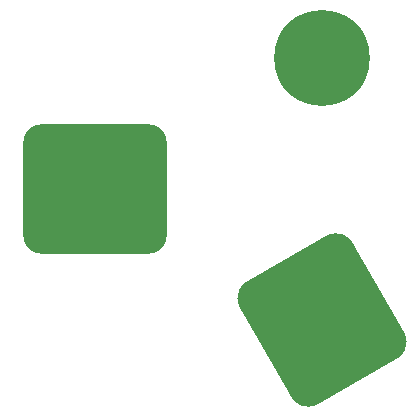
<source format=gbr>
G04 Layer_Color=8421504*
%FSLAX25Y25*%
%MOIN*%
%TF.FileFunction,Paste,Top*%
%TF.Part,Single*%
G01*
G75*
%TA.AperFunction,ConnectorPad*%
%ADD10C,0.31890*%
%TA.AperFunction,ConnectorPad*%
G04:AMPARAMS|DCode=11|XSize=480.31mil|YSize=433.07mil|CornerRadius=64.96mil|HoleSize=0mil|Usage=FLASHONLY|Rotation=0.000|XOffset=0mil|YOffset=0mil|HoleType=Round|Shape=RoundedRectangle|*
%AMROUNDEDRECTD11*
21,1,0.48031,0.30315,0,0,0.0*
21,1,0.35039,0.43307,0,0,0.0*
1,1,0.12992,0.17520,-0.15157*
1,1,0.12992,-0.17520,-0.15157*
1,1,0.12992,-0.17520,0.15157*
1,1,0.12992,0.17520,0.15157*
%
%ADD11ROUNDEDRECTD11*%
%TA.AperFunction,ConnectorPad*%
G04:AMPARAMS|DCode=12|XSize=472.44mil|YSize=433.07mil|CornerRadius=64.96mil|HoleSize=0mil|Usage=FLASHONLY|Rotation=120.000|XOffset=0mil|YOffset=0mil|HoleType=Round|Shape=RoundedRectangle|*
%AMROUNDEDRECTD12*
21,1,0.47244,0.30315,0,0,120.0*
21,1,0.34252,0.43307,0,0,120.0*
1,1,0.12992,0.04564,0.22410*
1,1,0.12992,0.21690,-0.07253*
1,1,0.12992,-0.04564,-0.22410*
1,1,0.12992,-0.21690,0.07253*
%
%ADD12ROUNDEDRECTD12*%
D10*
X418947Y437428D02*
D03*
D11*
X343209Y393701D02*
D03*
D12*
X418947Y349973D02*
D03*
%TF.MD5,54F21C00D73CE3169D888C23CC67333C*%
M02*

</source>
